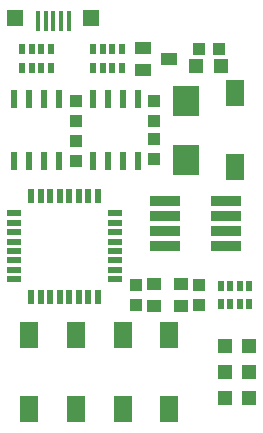
<source format=gtp>
G04 EAGLE Gerber RS-274X export*
G75*
%MOMM*%
%FSLAX34Y34*%
%LPD*%
%INTop Paste*%
%IPPOS*%
%AMOC8*
5,1,8,0,0,1.08239X$1,22.5*%
G01*
%ADD10R,0.558800X1.270000*%
%ADD11R,1.270000X0.558800*%
%ADD12R,1.200000X1.200000*%
%ADD13R,0.500000X0.900000*%
%ADD14R,1.000000X1.100000*%
%ADD15R,2.200000X2.600000*%
%ADD16R,0.584200X1.524000*%
%ADD17R,2.540000X0.889000*%
%ADD18R,1.600000X2.300000*%
%ADD19R,0.400000X1.800000*%
%ADD20R,1.400000X1.400000*%
%ADD21R,1.400000X1.000000*%
%ADD22R,1.300000X1.100000*%


D10*
X25975Y111062D03*
X33975Y111062D03*
X41975Y111062D03*
X49975Y111062D03*
X57975Y111062D03*
X65975Y111062D03*
X73975Y111062D03*
X81975Y111062D03*
D11*
X96901Y125988D03*
X96901Y133988D03*
X96901Y141988D03*
X96901Y149988D03*
X96901Y157988D03*
X96901Y165988D03*
X96901Y173988D03*
X96901Y181988D03*
D10*
X81975Y196914D03*
X73975Y196914D03*
X65975Y196914D03*
X57975Y196914D03*
X49975Y196914D03*
X41975Y196914D03*
X33975Y196914D03*
X25975Y196914D03*
D11*
X11049Y181988D03*
X11049Y173988D03*
X11049Y165988D03*
X11049Y157988D03*
X11049Y149988D03*
X11049Y141988D03*
X11049Y133988D03*
X11049Y125988D03*
D12*
X210525Y69850D03*
X189525Y69850D03*
X210525Y47625D03*
X189525Y47625D03*
X210525Y25400D03*
X189525Y25400D03*
D13*
X210438Y120713D03*
X202438Y120713D03*
X194438Y120713D03*
X186438Y120713D03*
X186438Y104713D03*
X194438Y104713D03*
X202438Y104713D03*
X210438Y104713D03*
D14*
X114300Y104213D03*
X114300Y121213D03*
X168275Y104213D03*
X168275Y121213D03*
X63500Y276788D03*
X63500Y259788D03*
D13*
X18163Y304738D03*
X26163Y304738D03*
X34163Y304738D03*
X42163Y304738D03*
X42163Y320738D03*
X34163Y320738D03*
X26163Y320738D03*
X18163Y320738D03*
D15*
X157163Y226875D03*
X157163Y276875D03*
D14*
X63500Y243450D03*
X63500Y226450D03*
D16*
X23813Y226413D03*
X23813Y278413D03*
X11113Y226413D03*
X36513Y226413D03*
X49213Y226413D03*
X11113Y278413D03*
X36513Y278413D03*
X49213Y278413D03*
D17*
X139100Y179388D03*
X191100Y179388D03*
X139100Y192088D03*
X139100Y166688D03*
X139100Y153988D03*
X191100Y192088D03*
X191100Y166688D03*
X191100Y153988D03*
D18*
X23813Y79125D03*
X23813Y16125D03*
X63500Y79125D03*
X63500Y16125D03*
X103188Y79125D03*
X103188Y16125D03*
X142875Y16125D03*
X142875Y79125D03*
D16*
X103188Y278413D03*
X103188Y226413D03*
X115888Y278413D03*
X90488Y278413D03*
X77788Y278413D03*
X115888Y226413D03*
X90488Y226413D03*
X77788Y226413D03*
D19*
X37950Y344388D03*
X31450Y344388D03*
X50950Y344388D03*
X57450Y344388D03*
X44450Y344388D03*
D20*
X11950Y346888D03*
X76450Y346888D03*
D14*
X130175Y276788D03*
X130175Y259788D03*
D21*
X142763Y312738D03*
X120763Y303238D03*
X120763Y322238D03*
D14*
X130175Y228038D03*
X130175Y245038D03*
D13*
X102488Y320738D03*
X94488Y320738D03*
X86488Y320738D03*
X78488Y320738D03*
X78488Y304738D03*
X86488Y304738D03*
X94488Y304738D03*
X102488Y304738D03*
D18*
X198438Y283913D03*
X198438Y220913D03*
D22*
X129788Y121713D03*
X152788Y103713D03*
X152788Y121713D03*
X129788Y103713D03*
D12*
X165713Y306388D03*
X186713Y306388D03*
D14*
X184713Y320675D03*
X167713Y320675D03*
M02*

</source>
